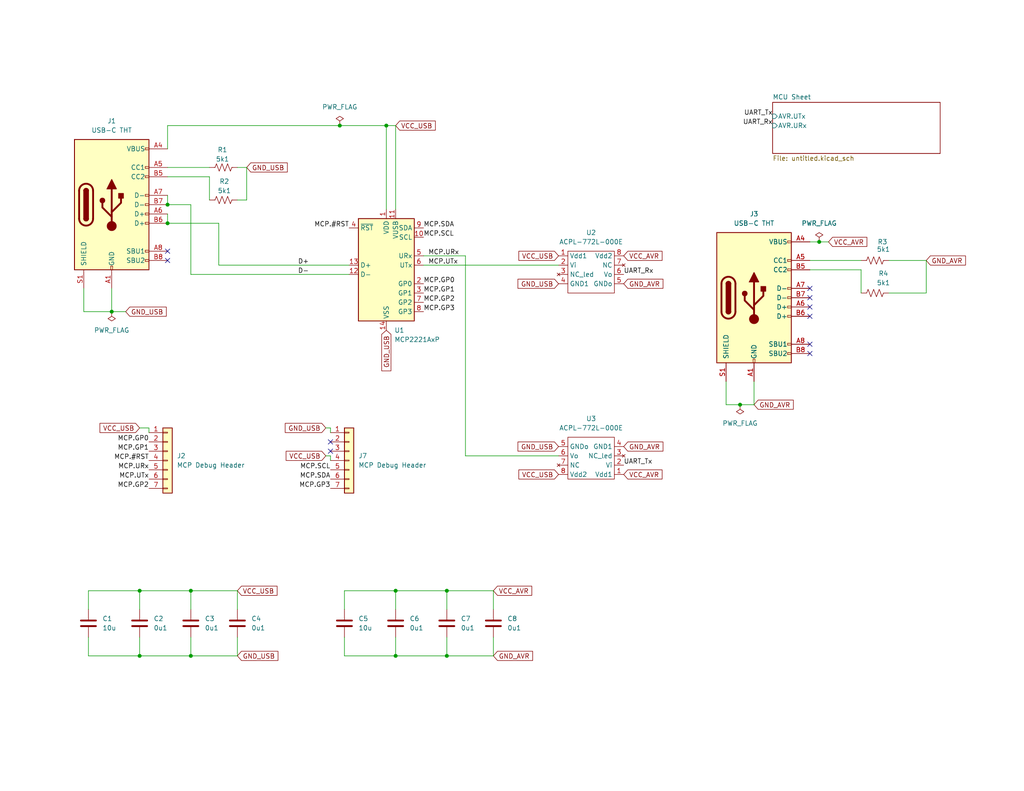
<source format=kicad_sch>
(kicad_sch (version 20231120) (generator "eeschema") (generator_version "8.0")
  (paper "USLetter")
  (title_block (title "AVR328-USB") (date "2024-03-28") (rev "1.0") (company "HugonLabs") (comment 1 "This version is all through-hole and has opto-isolators on the UART lines"))
  (lib_symbols
    (symbol "Connector:USB_C_Receptacle_USB2.0_16P" (pin_names (offset 1.016))
      (property "Reference" "J" (at 0 22.225 0))
      (property "Value" "USB_C_Receptacle_USB2.0_16P" (at 0 19.685 0))
      (symbol "USB_C_Receptacle_USB2.0_16P_0_0"
        (rectangle (start -0.254 -17.78) (end 0.254 -16.764))
        (rectangle (start 10.16 -14.986) (end 9.144 -15.494))
        (rectangle (start 10.16 -12.446) (end 9.144 -12.954))
        (rectangle (start 10.16 -4.826) (end 9.144 -5.334))
        (rectangle (start 10.16 -2.286) (end 9.144 -2.794))
        (rectangle (start 10.16 0.254) (end 9.144 -0.254))
        (rectangle (start 10.16 2.794) (end 9.144 2.286))
        (rectangle (start 10.16 7.874) (end 9.144 7.366))
        (rectangle (start 10.16 10.414) (end 9.144 9.906))
        (rectangle (start 10.16 15.494) (end 9.144 14.986))
      )
      (symbol "USB_C_Receptacle_USB2.0_16P_0_1"
        (rectangle (start -10.16 17.78) (end 10.16 -17.78) (stroke (width 0.254)) (fill (type background)))
        (arc (start -8.89 -3.81) (mid -6.985 -5.7067) (end -5.08 -3.81) (stroke (width 0.508)))
        (arc (start -7.62 -3.81) (mid -6.985 -4.4423) (end -6.35 -3.81) (stroke (width 0.254)))
        (arc (start -7.62 -3.81) (mid -6.985 -4.4423) (end -6.35 -3.81) (stroke (width 0.254)) (fill (type outline)))
        (rectangle (start -7.62 -3.81) (end -6.35 3.81) (stroke (width 0.254)) (fill (type outline)))
        (arc (start -6.35 3.81) (mid -6.985 4.4423) (end -7.62 3.81) (stroke (width 0.254)))
        (arc (start -6.35 3.81) (mid -6.985 4.4423) (end -7.62 3.81) (stroke (width 0.254)) (fill (type outline)))
        (arc (start -5.08 3.81) (mid -6.985 5.7067) (end -8.89 3.81) (stroke (width 0.508)))
        (circle (center -2.54 1.143) (radius 0.635) (stroke (width 0.254)) (fill (type outline)))
        (circle (center 0 -5.842) (radius 1.27) (fill (type outline)))
        (polyline (pts (xy -8.89 -3.81) (xy -8.89 3.81)) (stroke (width 0.508)))
        (polyline (pts (xy -5.08 3.81) (xy -5.08 -3.81)) (stroke (width 0.508)))
        (polyline (pts (xy 0 -5.842) (xy 0 4.318)) (stroke (width 0.508)))
        (polyline (pts (xy 0 -3.302) (xy -2.54 -0.762) (xy -2.54 0.508)) (stroke (width 0.508)))
        (polyline (pts (xy 0 -2.032) (xy 2.54 0.508) (xy 2.54 1.778)) (stroke (width 0.508)))
        (polyline (pts (xy -1.27 4.318) (xy 0 6.858) (xy 1.27 4.318) (xy -1.27 4.318)) (stroke (width 0.254)) (fill (type outline)))
        (rectangle (start 1.905 1.778) (end 3.175 3.048) (stroke (width 0.254)) (fill (type outline)))
      )
      (symbol "USB_C_Receptacle_USB2.0_16P_1_1"
        (pin passive line (at 0 -22.86 90) (length 5.08) (name "GND") (number "A1"))
        (pin passive line (at 0 -22.86 90) (length 5.08) hide (name "GND") (number "A12"))
        (pin passive line (at 15.24 15.24 180) (length 5.08) (name "VBUS") (number "A4"))
        (pin bidirectional line (at 15.24 10.16 180) (length 5.08) (name "CC1") (number "A5"))
        (pin bidirectional line (at 15.24 -2.54 180) (length 5.08) (name "D+") (number "A6"))
        (pin bidirectional line (at 15.24 2.54 180) (length 5.08) (name "D-") (number "A7"))
        (pin bidirectional line (at 15.24 -12.7 180) (length 5.08) (name "SBU1") (number "A8"))
        (pin passive line (at 15.24 15.24 180) (length 5.08) hide (name "VBUS") (number "A9"))
        (pin passive line (at 0 -22.86 90) (length 5.08) hide (name "GND") (number "B1"))
        (pin passive line (at 0 -22.86 90) (length 5.08) hide (name "GND") (number "B12"))
        (pin passive line (at 15.24 15.24 180) (length 5.08) hide (name "VBUS") (number "B4"))
        (pin bidirectional line (at 15.24 7.62 180) (length 5.08) (name "CC2") (number "B5"))
        (pin bidirectional line (at 15.24 -5.08 180) (length 5.08) (name "D+") (number "B6"))
        (pin bidirectional line (at 15.24 0 180) (length 5.08) (name "D-") (number "B7"))
        (pin bidirectional line (at 15.24 -15.24 180) (length 5.08) (name "SBU2") (number "B8"))
        (pin passive line (at 15.24 15.24 180) (length 5.08) hide (name "VBUS") (number "B9"))
        (pin passive line (at -7.62 -22.86 90) (length 5.08) (name "SHIELD") (number "S1"))
      )
    )
    (symbol "Connector_Generic:Conn_01x07" (pin_names (offset 1.016) hide)
      (property "Reference" "J" (at 0 10.16 0))
      (property "Value" "Conn_01x07" (at 0 -10.16 0))
      (symbol "Conn_01x07_1_1"
        (rectangle (start -1.27 -7.493) (end 0 -7.747) (stroke (width 0.1524)))
        (rectangle (start -1.27 -4.953) (end 0 -5.207) (stroke (width 0.1524)))
        (rectangle (start -1.27 -2.413) (end 0 -2.667) (stroke (width 0.1524)))
        (rectangle (start -1.27 0.127) (end 0 -0.127) (stroke (width 0.1524)))
        (rectangle (start -1.27 2.667) (end 0 2.413) (stroke (width 0.1524)))
        (rectangle (start -1.27 5.207) (end 0 4.953) (stroke (width 0.1524)))
        (rectangle (start -1.27 7.747) (end 0 7.493) (stroke (width 0.1524)))
        (rectangle (start -1.27 8.89) (end 1.27 -8.89) (stroke (width 0.254)) (fill (type background)))
        (pin passive line (at -5.08 7.62 0) (length 3.81) (name "Pin_1") (number "1"))
        (pin passive line (at -5.08 5.08 0) (length 3.81) (name "Pin_2") (number "2"))
        (pin passive line (at -5.08 2.54 0) (length 3.81) (name "Pin_3") (number "3"))
        (pin passive line (at -5.08 0 0) (length 3.81) (name "Pin_4") (number "4"))
        (pin passive line (at -5.08 -2.54 0) (length 3.81) (name "Pin_5") (number "5"))
        (pin passive line (at -5.08 -5.08 0) (length 3.81) (name "Pin_6") (number "6"))
        (pin passive line (at -5.08 -7.62 0) (length 3.81) (name "Pin_7") (number "7"))
      )
    )
    (symbol "Device:C" (pin_numbers hide) (pin_names (offset 0.254))
      (property "Reference" "C" (at 0.635 2.54 0))
      (property "Value" "C" (at 0.635 -2.54 0))
      (symbol "C_0_1"
        (polyline (pts (xy -2.032 -0.762) (xy 2.032 -0.762)) (stroke (width 0.508)))
        (polyline (pts (xy -2.032 0.762) (xy 2.032 0.762)) (stroke (width 0.508)))
      )
      (symbol "C_1_1"
        (pin passive line (at 0 3.81 270) (length 2.794) (name "~") (number "1"))
        (pin passive line (at 0 -3.81 90) (length 2.794) (name "~") (number "2"))
      )
    )
    (symbol "Device:R_US" (pin_numbers hide) (pin_names (offset 0))
      (property "Reference" "R" (at 2.54 0 90))
      (property "Value" "R_US" (at -2.54 0 90))
      (symbol "R_US_0_1"
        (polyline (pts (xy 0 -2.286) (xy 0 -2.54)))
        (polyline (pts (xy 0 2.286) (xy 0 2.54)))
        (polyline (pts (xy 0 -0.762) (xy 1.016 -1.143) (xy 0 -1.524) (xy -1.016 -1.905) (xy 0 -2.286)))
        (polyline (pts (xy 0 0.762) (xy 1.016 0.381) (xy 0 0) (xy -1.016 -0.381) (xy 0 -0.762)))
        (polyline (pts (xy 0 2.286) (xy 1.016 1.905) (xy 0 1.524) (xy -1.016 1.143) (xy 0 0.762)))
      )
      (symbol "R_US_1_1"
        (pin passive line (at 0 3.81 270) (length 1.27) (name "~") (number "1"))
        (pin passive line (at 0 -3.81 90) (length 1.27) (name "~") (number "2"))
      )
    )
    (symbol "Interface_USB:MCP2221AxP"
      (property "Reference" "U" (at -7.62 16.51 0))
      (property "Value" "MCP2221AxP" (at 12.7 16.51 0))
      (symbol "MCP2221AxP_0_1"
        (rectangle (start -7.62 15.24) (end 7.62 -12.7) (stroke (width 0.254)) (fill (type background)))
      )
      (symbol "MCP2221AxP_1_1"
        (pin power_in line (at 0 17.78 270) (length 2.54) (name "VDD") (number "1"))
        (pin bidirectional line (at 10.16 10.16 180) (length 2.54) (name "SCL") (number "10"))
        (pin passive line (at 2.54 17.78 270) (length 2.54) (name "VUSB") (number "11"))
        (pin bidirectional line (at -10.16 0 0) (length 2.54) (name "D-") (number "12"))
        (pin bidirectional line (at -10.16 2.54 0) (length 2.54) (name "D+") (number "13"))
        (pin power_in line (at 0 -15.24 90) (length 2.54) (name "VSS") (number "14"))
        (pin bidirectional line (at 10.16 -2.54 180) (length 2.54) (name "GP0") (number "2"))
        (pin bidirectional line (at 10.16 -5.08 180) (length 2.54) (name "GP1") (number "3"))
        (pin input line (at -10.16 12.7 0) (length 2.54) (name "~{RST}") (number "4"))
        (pin input line (at 10.16 5.08 180) (length 2.54) (name "URx") (number "5"))
        (pin output line (at 10.16 2.54 180) (length 2.54) (name "UTx") (number "6"))
        (pin bidirectional line (at 10.16 -7.62 180) (length 2.54) (name "GP2") (number "7"))
        (pin bidirectional line (at 10.16 -10.16 180) (length 2.54) (name "GP3") (number "8"))
        (pin bidirectional line (at 10.16 12.7 180) (length 2.54) (name "SDA") (number "9"))
      )
    )
    (symbol "Project_Library:ACPL-772L-000E"
      (property "Reference" "U" (at 0 3.302 0))
      (property "Value" "ACPL-772L-000E" (at 0.508 1.016 0))
      (symbol "ACPL-772L-000E_0_1"
        (rectangle (start -6.35 -1.27) (end 6.35 -12.7))
      )
      (symbol "ACPL-772L-000E_1_1"
        (pin power_in line (at -8.89 -2.54 0) (length 2.54) (name "Vdd1") (number "1"))
        (pin input line (at -8.89 -5.08 0) (length 2.54) (name "Vi") (number "2"))
        (pin no_connect line (at -8.89 -7.62 0) (length 2.54) (name "NC_led") (number "3"))
        (pin passive line (at -8.89 -10.16 0) (length 2.54) (name "GND1") (number "4"))
        (pin passive line (at 8.89 -10.16 180) (length 2.54) (name "GNDo") (number "5"))
        (pin output line (at 8.89 -7.62 180) (length 2.54) (name "Vo") (number "6"))
        (pin no_connect line (at 8.89 -5.08 180) (length 2.54) (name "NC") (number "7"))
        (pin power_in line (at 8.89 -2.54 180) (length 2.54) (name "Vdd2") (number "8"))
      )
    )
    (symbol "power:PWR_FLAG" (power) (pin_numbers hide) (pin_names (offset 0) hide)
      (property "Value" "PWR_FLAG" (at 0 3.81 0))
      (symbol "PWR_FLAG_0_0"
        (pin power_out line (at 0 0 90) (length 0) (name "~") (number "1"))
      )
      (symbol "PWR_FLAG_0_1"
        (polyline (pts (xy 0 0) (xy 0 1.27) (xy -1.016 1.905) (xy 0 2.54) (xy 1.016 1.905) (xy 0 1.27)))
      )
    )
  )
  (junction (at 223.52 66.04))
  (junction (at 45.72 55.88))
  (junction (at 45.72 60.96))
  (junction (at 201.93 110.49))
  (junction (at 52.07 161.29))
  (junction (at 30.48 85.09))
  (junction (at 38.1 179.07))
  (junction (at 107.95 179.07))
  (junction (at 107.95 161.29))
  (junction (at 105.41 34.29))
  (junction (at 52.07 179.07))
  (junction (at 38.1 161.29))
  (junction (at 121.92 179.07))
  (junction (at 121.92 161.29))
  (junction (at 92.71 34.29))
  (no_connect (at 45.72 71.12))
  (no_connect (at 220.98 86.36))
  (no_connect (at 220.98 78.74))
  (no_connect (at 220.98 83.82))
  (no_connect (at 220.98 81.28))
  (no_connect (at 90.17 120.65))
  (no_connect (at 220.98 93.98))
  (no_connect (at 220.98 96.52))
  (no_connect (at 45.72 68.58))
  (no_connect (at 90.17 123.19))
  (wire (pts (xy 134.62 161.29) (xy 134.62 166.37)))
  (wire (pts (xy 88.9 116.84) (xy 90.17 116.84)))
  (wire (pts (xy 67.31 45.72) (xy 64.77 45.72)))
  (wire (pts (xy 52.07 179.07) (xy 52.07 173.99)))
  (wire (pts (xy 52.07 74.93) (xy 95.25 74.93)))
  (wire (pts (xy 107.95 179.07) (xy 93.98 179.07)))
  (wire (pts (xy 59.69 72.39) (xy 59.69 60.96)))
  (wire (pts (xy 88.9 124.46) (xy 90.17 124.46)))
  (wire (pts (xy 24.13 161.29) (xy 24.13 166.37)))
  (wire (pts (xy 93.98 161.29) (xy 93.98 166.37)))
  (wire (pts (xy 105.41 34.29) (xy 107.95 34.29)))
  (wire (pts (xy 22.86 85.09) (xy 30.48 85.09)))
  (wire (pts (xy 57.15 48.26) (xy 57.15 54.61)))
  (wire (pts (xy 45.72 48.26) (xy 57.15 48.26)))
  (wire (pts (xy 64.77 54.61) (xy 67.31 54.61)))
  (wire (pts (xy 115.57 69.85) (xy 127 69.85)))
  (wire (pts (xy 52.07 161.29) (xy 38.1 161.29)))
  (wire (pts (xy 24.13 179.07) (xy 24.13 173.99)))
  (wire (pts (xy 90.17 116.84) (xy 90.17 118.11)))
  (wire (pts (xy 134.62 161.29) (xy 121.92 161.29)))
  (wire (pts (xy 220.98 66.04) (xy 223.52 66.04)))
  (wire (pts (xy 252.73 71.12) (xy 252.73 80.01)))
  (wire (pts (xy 121.92 161.29) (xy 107.95 161.29)))
  (wire (pts (xy 64.77 161.29) (xy 52.07 161.29)))
  (wire (pts (xy 45.72 34.29) (xy 45.72 40.64)))
  (wire (pts (xy 205.74 104.14) (xy 205.74 110.49)))
  (wire (pts (xy 52.07 55.88) (xy 45.72 55.88)))
  (wire (pts (xy 30.48 85.09) (xy 34.29 85.09)))
  (wire (pts (xy 38.1 116.84) (xy 40.64 116.84)))
  (wire (pts (xy 64.77 179.07) (xy 52.07 179.07)))
  (wire (pts (xy 121.92 179.07) (xy 121.92 173.99)))
  (wire (pts (xy 64.77 173.99) (xy 64.77 179.07)))
  (wire (pts (xy 40.64 116.84) (xy 40.64 118.11)))
  (wire (pts (xy 121.92 179.07) (xy 107.95 179.07)))
  (wire (pts (xy 127 124.46) (xy 127 69.85)))
  (wire (pts (xy 234.95 80.01) (xy 234.95 73.66)))
  (wire (pts (xy 30.48 78.74) (xy 30.48 85.09)))
  (wire (pts (xy 242.57 80.01) (xy 252.73 80.01)))
  (wire (pts (xy 52.07 179.07) (xy 38.1 179.07)))
  (wire (pts (xy 59.69 60.96) (xy 45.72 60.96)))
  (wire (pts (xy 45.72 53.34) (xy 45.72 55.88)))
  (wire (pts (xy 198.12 104.14) (xy 198.12 110.49)))
  (wire (pts (xy 115.57 72.39) (xy 152.4 72.39)))
  (wire (pts (xy 223.52 66.04) (xy 226.06 66.04)))
  (wire (pts (xy 234.95 73.66) (xy 220.98 73.66)))
  (wire (pts (xy 107.95 57.15) (xy 107.95 34.29)))
  (wire (pts (xy 38.1 161.29) (xy 24.13 161.29)))
  (wire (pts (xy 45.72 34.29) (xy 92.71 34.29)))
  (wire (pts (xy 38.1 161.29) (xy 38.1 166.37)))
  (wire (pts (xy 105.41 34.29) (xy 105.41 57.15)))
  (wire (pts (xy 59.69 72.39) (xy 95.25 72.39)))
  (wire (pts (xy 52.07 161.29) (xy 52.07 166.37)))
  (wire (pts (xy 134.62 179.07) (xy 121.92 179.07)))
  (wire (pts (xy 242.57 71.12) (xy 252.73 71.12)))
  (wire (pts (xy 198.12 110.49) (xy 201.93 110.49)))
  (wire (pts (xy 201.93 110.49) (xy 205.74 110.49)))
  (wire (pts (xy 64.77 161.29) (xy 64.77 166.37)))
  (wire (pts (xy 92.71 34.29) (xy 105.41 34.29)))
  (wire (pts (xy 45.72 45.72) (xy 57.15 45.72)))
  (wire (pts (xy 67.31 45.72) (xy 67.31 54.61)))
  (wire (pts (xy 22.86 78.74) (xy 22.86 85.09)))
  (wire (pts (xy 52.07 74.93) (xy 52.07 55.88)))
  (wire (pts (xy 38.1 179.07) (xy 24.13 179.07)))
  (wire (pts (xy 38.1 179.07) (xy 38.1 173.99)))
  (wire (pts (xy 45.72 58.42) (xy 45.72 60.96)))
  (wire (pts (xy 93.98 179.07) (xy 93.98 173.99)))
  (wire (pts (xy 107.95 161.29) (xy 93.98 161.29)))
  (wire (pts (xy 134.62 173.99) (xy 134.62 179.07)))
  (wire (pts (xy 220.98 71.12) (xy 234.95 71.12)))
  (wire (pts (xy 121.92 161.29) (xy 121.92 166.37)))
  (wire (pts (xy 107.95 179.07) (xy 107.95 173.99)))
  (wire (pts (xy 127 124.46) (xy 152.4 124.46)))
  (wire (pts (xy 107.95 161.29) (xy 107.95 166.37)))
  (wire (pts (xy 90.17 124.46) (xy 90.17 125.73)))
  (label "MCP.URx" (at 40.64 128.27 180))
  (label "UART_Tx" (at 210.82 31.75 180))
  (label "MCP.GP1" (at 115.57 80.01 0))
  (label "MCP.#RST" (at 95.25 62.23 180))
  (label "MCP.SCL" (at 115.57 64.77 0))
  (label "MCP.UTx" (at 116.84 72.39 0))
  (label "MCP.GP0" (at 40.64 120.65 180))
  (label "MCP.GP0" (at 115.57 77.47 0))
  (label "MCP.GP1" (at 40.64 123.19 180))
  (label "D-" (at 81.28 74.93 0))
  (label "UART_Rx" (at 210.82 34.29 180))
  (label "MCP.GP3" (at 90.17 133.35 180))
  (label "MCP.SDA" (at 115.57 62.23 0))
  (label "UART_Rx" (at 170.18 74.93 0))
  (label "MCP.GP2" (at 40.64 133.35 180))
  (label "MCP.GP3" (at 115.57 85.09 0))
  (label "UART_Tx" (at 170.18 127 0))
  (label "MCP.SCL" (at 90.17 128.27 180))
  (label "MCP.UTx" (at 40.64 130.81 180))
  (label "MCP.GP2" (at 115.57 82.55 0))
  (label "MCP.SDA" (at 90.17 130.81 180))
  (label "MCP.URx" (at 116.84 69.85 0))
  (label "MCP.#RST" (at 40.64 125.73 180))
  (label "D+" (at 81.28 72.39 0))
  (global_label "GND_AVR" (shape input) (at 170.18 121.92 0) (property "Intersheetrefs" "${INTERSHEET_REFS}" (effects (hide yes))))
  (global_label "VCC_USB" (shape input) (at 88.9 124.46 180) (property "Intersheetrefs" "${INTERSHEET_REFS}" (effects (hide yes))))
  (global_label "VCC_USB" (shape input) (at 152.4 129.54 180) (property "Intersheetrefs" "${INTERSHEET_REFS}" (effects (hide yes))))
  (global_label "VCC_AVR" (shape input) (at 170.18 129.54 0) (property "Intersheetrefs" "${INTERSHEET_REFS}" (effects (hide yes))))
  (global_label "VCC_USB" (shape input) (at 152.4 69.85 180) (property "Intersheetrefs" "${INTERSHEET_REFS}" (effects (hide yes))))
  (global_label "GND_USB" (shape input) (at 152.4 77.47 180) (property "Intersheetrefs" "${INTERSHEET_REFS}" (effects (hide yes))))
  (global_label "VCC_USB" (shape input) (at 38.1 116.84 180) (property "Intersheetrefs" "${INTERSHEET_REFS}" (effects (hide yes))))
  (global_label "GND_AVR" (shape input) (at 252.73 71.12 0) (property "Intersheetrefs" "${INTERSHEET_REFS}" (effects (hide yes))))
  (global_label "VCC_AVR" (shape input) (at 170.18 69.85 0) (property "Intersheetrefs" "${INTERSHEET_REFS}" (effects (hide yes))))
  (global_label "GND_USB" (shape input) (at 64.77 179.07 0) (property "Intersheetrefs" "${INTERSHEET_REFS}" (effects (hide yes))))
  (global_label "GND_USB" (shape input) (at 34.29 85.09 0) (property "Intersheetrefs" "${INTERSHEET_REFS}" (effects (hide yes))))
  (global_label "VCC_AVR" (shape input) (at 134.62 161.29 0) (property "Intersheetrefs" "${INTERSHEET_REFS}" (effects (hide yes))))
  (global_label "GND_AVR" (shape input) (at 205.74 110.49 0) (property "Intersheetrefs" "${INTERSHEET_REFS}" (effects (hide yes))))
  (global_label "VCC_AVR" (shape input) (at 226.06 66.04 0) (property "Intersheetrefs" "${INTERSHEET_REFS}" (effects (hide yes))))
  (global_label "GND_USB" (shape input) (at 105.41 90.17 270) (property "Intersheetrefs" "${INTERSHEET_REFS}" (effects (hide yes))))
  (global_label "GND_AVR" (shape input) (at 134.62 179.07 0) (property "Intersheetrefs" "${INTERSHEET_REFS}" (effects (hide yes))))
  (global_label "GND_USB" (shape input) (at 152.4 121.92 180) (property "Intersheetrefs" "${INTERSHEET_REFS}" (effects (hide yes))))
  (global_label "GND_USB" (shape input) (at 67.31 45.72 0) (property "Intersheetrefs" "${INTERSHEET_REFS}" (effects (hide yes))))
  (global_label "GND_AVR" (shape input) (at 170.18 77.47 0) (property "Intersheetrefs" "${INTERSHEET_REFS}" (effects (hide yes))))
  (global_label "VCC_USB" (shape input) (at 64.77 161.29 0) (property "Intersheetrefs" "${INTERSHEET_REFS}" (effects (hide yes))))
  (global_label "GND_USB" (shape input) (at 88.9 116.84 180) (property "Intersheetrefs" "${INTERSHEET_REFS}" (effects (hide yes))))
  (global_label "VCC_USB" (shape input) (at 107.95 34.29 0) (property "Intersheetrefs" "${INTERSHEET_REFS}" (effects (hide yes))))
  (symbol (lib_id "Device:R_US") (at 60.96 45.72 90) (unit 1)
    (property "Reference" "R1" (at 60.706 40.894 90))
    (property "Value" "5k1" (at 60.706 43.434 90))
    (property "Footprint" "Resistor_THT:R_Axial_DIN0207_L6.3mm_D2.5mm_P7.62mm_Horizontal" (effects (hide yes)))
    (property "Description" "20% or better from USB Spec" (effects (hide yes)))
    (property "MFR" "KOA Speer" (effects (hide yes)))
    (property "MFR Part Num" " MF1/4LCT52R512J" (effects (hide yes)))
  )
  (symbol (lib_id "Device:R_US") (at 238.76 80.01 90) (unit 1)
    (property "Reference" "R4" (at 241.046 74.676 90))
    (property "Value" "5k1" (at 241.046 77.216 90))
    (property "Footprint" "Resistor_THT:R_Axial_DIN0207_L6.3mm_D2.5mm_P7.62mm_Horizontal" (effects (hide yes)))
    (property "Description" "20% or better from USB Spec" (effects (hide yes)))
    (property "MFR" "KOA Speer" (effects (hide yes)))
    (property "MFR Part Num" " MF1/4LCT52R512J" (effects (hide yes)))
  )
  (symbol (lib_id "Device:R_US") (at 238.76 71.12 90) (unit 1)
    (property "Reference" "R3" (at 240.792 66.04 90))
    (property "Value" "5k1" (at 241.046 68.072 90))
    (property "Footprint" "Resistor_THT:R_Axial_DIN0207_L6.3mm_D2.5mm_P7.62mm_Horizontal" (effects (hide yes)))
    (property "Description" "20% or better from USB Spec" (effects (hide yes)))
    (property "MFR" "KOA Speer" (effects (hide yes)))
    (property "MFR Part Num" " MF1/4LCT52R512J" (effects (hide yes)))
  )
  (symbol (lib_id "Device:C") (at 107.95 170.18 180) (unit 1)
    (property "Reference" "C6" (at 111.76 168.9099 0) (effects (justify right)))
    (property "Value" "0u1" (at 111.76 171.4499 0) (effects (justify right)))
    (property "Footprint" "Capacitor_THT:C_Disc_D5.0mm_W2.5mm_P2.50mm" (effects (hide yes)))
    (property "Description" "Unpolarized capacitor" (effects (hide yes)))
    (property "MFR" "TDK" (effects (hide yes)))
    (property "MFR Part Num" "FG18X7R1H104KNT00" (effects (hide yes)))
  )
  (symbol (lib_id "Device:C") (at 93.98 170.18 180) (unit 1)
    (property "Reference" "C5" (at 97.79 168.9099 0) (effects (justify right)))
    (property "Value" "10u" (at 97.79 171.4499 0) (effects (justify right)))
    (property "Footprint" "Capacitor_THT:C_Disc_D5.0mm_W2.5mm_P2.50mm" (effects (hide yes)))
    (property "Description" "Unpolarized capacitor" (effects (hide yes)))
    (property "MFR" "TDK" (effects (hide yes)))
    (property "MFR Part Num" "FG14X7R1A106KRT00" (effects (hide yes)))
  )
  (symbol (lib_id "Device:C") (at 134.62 170.18 180) (unit 1)
    (property "Reference" "C8" (at 138.43 168.9099 0) (effects (justify right)))
    (property "Value" "0u1" (at 138.43 171.4499 0) (effects (justify right)))
    (property "Footprint" "Capacitor_THT:C_Disc_D5.0mm_W2.5mm_P2.50mm" (effects (hide yes)))
    (property "Description" "Unpolarized capacitor" (effects (hide yes)))
    (property "MFR" "TDK" (effects (hide yes)))
    (property "MFR Part Num" "FG18X7R1H104KNT00" (effects (hide yes)))
  )
  (symbol (lib_id "Project_Library:ACPL-772L-000E") (at 161.29 132.08 180) (unit 1)
    (property "Reference" "U3" (at 161.29 114.3 0))
    (property "Value" "ACPL-772L-000E" (at 161.29 116.84 0))
    (property "Footprint" "Package_DIP:DIP-8_W7.62mm" (effects (hide yes)))
    (property "Datasheet" "https://www.broadcom.com/products/optocouplers/industrial-plastic/digital-optocouplers/high-speed-cmos/acpl-772l-000e" (effects (hide yes)))
    (property "Description" "High Speed CMOS Optocoupler in DIP 8" (effects (hide yes)))
    (property "MFR" "Broadcom" (effects (hide yes)))
    (property "MFR Part Num" "ACPL-772L-000E" (effects (hide yes)))
  )
  (symbol (lib_id "power:PWR_FLAG") (at 92.71 34.29 0) (unit 1)
    (property "Reference" "#FLG02" (effects (hide yes)))
    (property "Value" "PWR_FLAG" (at 92.71 29.21 0))
    (property "Description" "Special symbol for telling ERC where power comes from" (effects (hide yes)))
  )
  (symbol (lib_id "Interface_USB:MCP2221AxP") (at 105.41 74.93 0) (unit 1)
    (property "Reference" "U1" (at 107.6041 90.17 0) (effects (justify left)))
    (property "Value" "MCP2221AxP" (at 107.6041 92.71 0) (effects (justify left)))
    (property "Footprint" "Package_DIP:DIP-14_W7.62mm" (effects (hide yes)))
    (property "Datasheet" "http://ww1.microchip.com/downloads/en/DeviceDoc/20005565B.pdf" (effects (hide yes)))
    (property "Description" "USB to I2C/UART Protocol Converter with GPIO, DIP-14" (effects (hide yes)))
    (property "MFR" "Microchip" (effects (hide yes)))
    (property "MFR Part Num" "MCP2221A-I/P" (effects (hide yes)))
  )
  (symbol (lib_id "Device:C") (at 52.07 170.18 180) (unit 1)
    (property "Reference" "C3" (at 55.88 168.9099 0) (effects (justify right)))
    (property "Value" "0u1" (at 55.88 171.4499 0) (effects (justify right)))
    (property "Footprint" "Capacitor_THT:C_Disc_D5.0mm_W2.5mm_P2.50mm" (effects (hide yes)))
    (property "Description" "Unpolarized capacitor" (effects (hide yes)))
    (property "MFR" "TDK" (effects (hide yes)))
    (property "MFR Part Num" "FG18X7R1H104KNT00" (effects (hide yes)))
  )
  (symbol (lib_id "Device:C") (at 64.77 170.18 180) (unit 1)
    (property "Reference" "C4" (at 68.58 168.9099 0) (effects (justify right)))
    (property "Value" "0u1" (at 68.58 171.4499 0) (effects (justify right)))
    (property "Footprint" "Capacitor_THT:C_Disc_D5.0mm_W2.5mm_P2.50mm" (effects (hide yes)))
    (property "Description" "Unpolarized capacitor" (effects (hide yes)))
    (property "MFR" "TDK" (effects (hide yes)))
    (property "MFR Part Num" "FG18X7R1H104KNT00" (effects (hide yes)))
  )
  (symbol (lib_id "power:PWR_FLAG") (at 223.52 66.04 0) (unit 1)
    (property "Reference" "#FLG04" (effects (hide yes)))
    (property "Value" "PWR_FLAG" (at 223.52 60.96 0))
    (property "Description" "Special symbol for telling ERC where power comes from" (effects (hide yes)))
  )
  (symbol (lib_id "Connector_Generic:Conn_01x07") (at 45.72 125.73 0) (unit 1)
    (property "Reference" "J2" (at 48.26 124.4599 0) (effects (justify left)))
    (property "Value" "MCP Debug Header" (at 48.26 126.9999 0) (effects (justify left)))
    (property "Footprint" "Connector_PinHeader_2.54mm:PinHeader_1x07_P2.54mm_Vertical" (effects (hide yes)))
    (property "Description" "Generic connector, single row, 01x07, script generated (kicad-library-utils/schlib/autogen/connector/)" (effects (hide yes)))
    (property "MFR" "TE Connectivity" (effects (hide yes)))
    (property "MFR Part Num" "825433-7" (effects (hide yes)))
  )
  (symbol (lib_id "Connector_Generic:Conn_01x07") (at 95.25 125.73 0) (unit 1)
    (property "Reference" "J7" (at 97.79 124.4599 0) (effects (justify left)))
    (property "Value" "MCP Debug Header" (at 97.79 126.9999 0) (effects (justify left)))
    (property "Footprint" "Connector_PinHeader_2.54mm:PinHeader_1x07_P2.54mm_Vertical" (effects (hide yes)))
    (property "Description" "Generic connector, single row, 01x07, script generated (kicad-library-utils/schlib/autogen/connector/)" (effects (hide yes)))
    (property "MFR" "TE Connectivity" (effects (hide yes)))
    (property "MFR Part Num" "825433-7" (effects (hide yes)))
  )
  (symbol (lib_id "power:PWR_FLAG") (at 201.93 110.49 180) (unit 1)
    (property "Reference" "#FLG03" (effects (hide yes)))
    (property "Value" "PWR_FLAG" (at 201.93 115.57 0))
    (property "Description" "Special symbol for telling ERC where power comes from" (effects (hide yes)))
  )
  (symbol (lib_id "Device:C") (at 24.13 170.18 180) (unit 1)
    (property "Reference" "C1" (at 27.94 168.9099 0) (effects (justify right)))
    (property "Value" "10u" (at 27.94 171.4499 0) (effects (justify right)))
    (property "Footprint" "Capacitor_THT:C_Disc_D5.0mm_W2.5mm_P2.50mm" (effects (hide yes)))
    (property "Description" "Unpolarized capacitor" (effects (hide yes)))
    (property "MFR" "TDK" (effects (hide yes)))
    (property "MFR Part Num" "FG14X7R1A106KRT00" (effects (hide yes)))
  )
  (symbol (lib_id "Connector:USB_C_Receptacle_USB2.0_16P") (at 30.48 55.88 0) (unit 1)
    (property "Reference" "J1" (at 30.48 33.02 0))
    (property "Value" "USB-C THT" (at 30.48 35.56 0))
    (property "Footprint" "AAAA_Project_Library:USB_C_Receptacle_GCT_USB4085_Reduced_Pad_Size" (effects (hide yes)))
    (property "Datasheet" "https://www.usb.org/sites/default/files/documents/usb_type-c.zip" (effects (hide yes)))
    (property "Description" "USB 2.0-only 16P Type-C Receptacle connector" (effects (hide yes)))
    (property "MFR" "GCT" (effects (hide yes)))
    (property "MFR Part Num" "USB4085" (effects (hide yes)))
  )
  (symbol (lib_id "Project_Library:ACPL-772L-000E") (at 161.29 67.31 0) (unit 1)
    (property "Reference" "U2" (at 161.29 63.5 0))
    (property "Value" "ACPL-772L-000E" (at 161.29 66.04 0))
    (property "Footprint" "Package_DIP:DIP-8_W7.62mm" (effects (hide yes)))
    (property "Datasheet" "https://www.broadcom.com/products/optocouplers/industrial-plastic/digital-optocouplers/high-speed-cmos/acpl-772l-000e" (effects (hide yes)))
    (property "Description" "High Speed CMOS Optocoupler in DIP 8" (effects (hide yes)))
    (property "MFR" "Broadcom" (effects (hide yes)))
    (property "MFR Part Num" "ACPL-772L-000E" (effects (hide yes)))
  )
  (symbol (lib_id "Device:C") (at 121.92 170.18 180) (unit 1)
    (property "Reference" "C7" (at 125.73 168.9099 0) (effects (justify right)))
    (property "Value" "0u1" (at 125.73 171.4499 0) (effects (justify right)))
    (property "Footprint" "Capacitor_THT:C_Disc_D5.0mm_W2.5mm_P2.50mm" (effects (hide yes)))
    (property "Description" "Unpolarized capacitor" (effects (hide yes)))
    (property "MFR" "TDK" (effects (hide yes)))
    (property "MFR Part Num" "FG18X7R1H104KNT00" (effects (hide yes)))
  )
  (symbol (lib_id "power:PWR_FLAG") (at 30.48 85.09 180) (unit 1)
    (property "Reference" "#FLG01" (effects (hide yes)))
    (property "Value" "PWR_FLAG" (at 30.48 90.17 0))
    (property "Description" "Special symbol for telling ERC where power comes from" (effects (hide yes)))
  )
  (symbol (lib_id "Connector:USB_C_Receptacle_USB2.0_16P") (at 205.74 81.28 0) (unit 1)
    (property "Reference" "J3" (at 205.74 58.42 0))
    (property "Value" "USB-C THT" (at 205.74 60.96 0))
    (property "Footprint" "AAAA_Project_Library:USB_C_Receptacle_GCT_USB4085_Reduced_Pad_Size" (effects (hide yes)))
    (property "Datasheet" "https://www.usb.org/sites/default/files/documents/usb_type-c.zip" (effects (hide yes)))
    (property "Description" "USB 2.0-only 16P Type-C Receptacle connector" (effects (hide yes)))
    (property "MFR" "GCT" (effects (hide yes)))
    (property "MFR Part Num" "USB4085" (effects (hide yes)))
  )
  (symbol (lib_id "Device:C") (at 38.1 170.18 180) (unit 1)
    (property "Reference" "C2" (at 41.91 168.9099 0) (effects (justify right)))
    (property "Value" "0u1" (at 41.91 171.4499 0) (effects (justify right)))
    (property "Footprint" "Capacitor_THT:C_Disc_D5.0mm_W2.5mm_P2.50mm" (effects (hide yes)))
    (property "Description" "Unpolarized capacitor" (effects (hide yes)))
    (property "MFR" "TDK" (effects (hide yes)))
    (property "MFR Part Num" "FG18X7R1H104KNT00" (effects (hide yes)))
  )
  (symbol (lib_id "Device:R_US") (at 60.96 54.61 90) (unit 1)
    (property "Reference" "R2" (at 61.214 49.53 90))
    (property "Value" "5k1" (at 61.214 52.07 90))
    (property "Footprint" "Resistor_THT:R_Axial_DIN0207_L6.3mm_D2.5mm_P7.62mm_Horizontal" (effects (hide yes)))
    (property "Description" "20% or better from USB Spec" (effects (hide yes)))
    (property "MFR" "KOA Speer" (effects (hide yes)))
    (property "MFR Part Num" " MF1/4LCT52R512J" (effects (hide yes)))
  )
  (sheet (at 210.82 27.94) (size 45.72 13.97) (stroke (width 0.1524))
    (property "Sheetname" "MCU Sheet" (at 210.82 27.2284 0) (effects (justify left bottom)))
    (property "Sheetfile" "untitled.kicad_sch" (at 210.82 42.4946 0) (effects (justify left top)))
    (pin "AVR.UTx" input (at 210.82 31.75 180))
    (pin "AVR.URx" input (at 210.82 34.29 180))
  )
)
</source>
